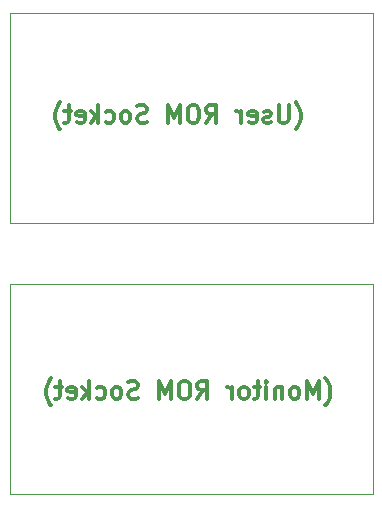
<source format=gbr>
G04 #@! TF.GenerationSoftware,KiCad,Pcbnew,(5.1.2-1)-1*
G04 #@! TF.CreationDate,2020-04-02T23:09:06+01:00*
G04 #@! TF.ProjectId,MZ80-ROMPG,4d5a3830-2d52-44f4-9d50-472e6b696361,rev?*
G04 #@! TF.SameCoordinates,Original*
G04 #@! TF.FileFunction,Legend,Bot*
G04 #@! TF.FilePolarity,Positive*
%FSLAX46Y46*%
G04 Gerber Fmt 4.6, Leading zero omitted, Abs format (unit mm)*
G04 Created by KiCad (PCBNEW (5.1.2-1)-1) date 2020-04-02 23:09:06*
%MOMM*%
%LPD*%
G04 APERTURE LIST*
%ADD10C,0.120000*%
%ADD11C,0.300000*%
G04 APERTURE END LIST*
D10*
X139319000Y-56515000D02*
X108585000Y-56515000D01*
X139319000Y-74295000D02*
X139319000Y-56515000D01*
X108585000Y-74295000D02*
X139319000Y-74295000D01*
X108585000Y-56515000D02*
X108585000Y-74295000D01*
X139319000Y-79502000D02*
X108585000Y-79502000D01*
X139319000Y-97282000D02*
X139319000Y-79502000D01*
X108585000Y-97282000D02*
X139319000Y-97282000D01*
X108585000Y-79502000D02*
X108585000Y-97282000D01*
D11*
X135305142Y-89769000D02*
X135376571Y-89697571D01*
X135519428Y-89483285D01*
X135590857Y-89340428D01*
X135662285Y-89126142D01*
X135733714Y-88769000D01*
X135733714Y-88483285D01*
X135662285Y-88126142D01*
X135590857Y-87911857D01*
X135519428Y-87769000D01*
X135376571Y-87554714D01*
X135305142Y-87483285D01*
X134733714Y-89197571D02*
X134733714Y-87697571D01*
X134233714Y-88769000D01*
X133733714Y-87697571D01*
X133733714Y-89197571D01*
X132805142Y-89197571D02*
X132948000Y-89126142D01*
X133019428Y-89054714D01*
X133090857Y-88911857D01*
X133090857Y-88483285D01*
X133019428Y-88340428D01*
X132948000Y-88269000D01*
X132805142Y-88197571D01*
X132590857Y-88197571D01*
X132448000Y-88269000D01*
X132376571Y-88340428D01*
X132305142Y-88483285D01*
X132305142Y-88911857D01*
X132376571Y-89054714D01*
X132448000Y-89126142D01*
X132590857Y-89197571D01*
X132805142Y-89197571D01*
X131662285Y-88197571D02*
X131662285Y-89197571D01*
X131662285Y-88340428D02*
X131590857Y-88269000D01*
X131448000Y-88197571D01*
X131233714Y-88197571D01*
X131090857Y-88269000D01*
X131019428Y-88411857D01*
X131019428Y-89197571D01*
X130305142Y-89197571D02*
X130305142Y-88197571D01*
X130305142Y-87697571D02*
X130376571Y-87769000D01*
X130305142Y-87840428D01*
X130233714Y-87769000D01*
X130305142Y-87697571D01*
X130305142Y-87840428D01*
X129805142Y-88197571D02*
X129233714Y-88197571D01*
X129590857Y-87697571D02*
X129590857Y-88983285D01*
X129519428Y-89126142D01*
X129376571Y-89197571D01*
X129233714Y-89197571D01*
X128519428Y-89197571D02*
X128662285Y-89126142D01*
X128733714Y-89054714D01*
X128805142Y-88911857D01*
X128805142Y-88483285D01*
X128733714Y-88340428D01*
X128662285Y-88269000D01*
X128519428Y-88197571D01*
X128305142Y-88197571D01*
X128162285Y-88269000D01*
X128090857Y-88340428D01*
X128019428Y-88483285D01*
X128019428Y-88911857D01*
X128090857Y-89054714D01*
X128162285Y-89126142D01*
X128305142Y-89197571D01*
X128519428Y-89197571D01*
X127376571Y-89197571D02*
X127376571Y-88197571D01*
X127376571Y-88483285D02*
X127305142Y-88340428D01*
X127233714Y-88269000D01*
X127090857Y-88197571D01*
X126948000Y-88197571D01*
X124448000Y-89197571D02*
X124948000Y-88483285D01*
X125305142Y-89197571D02*
X125305142Y-87697571D01*
X124733714Y-87697571D01*
X124590857Y-87769000D01*
X124519428Y-87840428D01*
X124448000Y-87983285D01*
X124448000Y-88197571D01*
X124519428Y-88340428D01*
X124590857Y-88411857D01*
X124733714Y-88483285D01*
X125305142Y-88483285D01*
X123519428Y-87697571D02*
X123233714Y-87697571D01*
X123090857Y-87769000D01*
X122948000Y-87911857D01*
X122876571Y-88197571D01*
X122876571Y-88697571D01*
X122948000Y-88983285D01*
X123090857Y-89126142D01*
X123233714Y-89197571D01*
X123519428Y-89197571D01*
X123662285Y-89126142D01*
X123805142Y-88983285D01*
X123876571Y-88697571D01*
X123876571Y-88197571D01*
X123805142Y-87911857D01*
X123662285Y-87769000D01*
X123519428Y-87697571D01*
X122233714Y-89197571D02*
X122233714Y-87697571D01*
X121733714Y-88769000D01*
X121233714Y-87697571D01*
X121233714Y-89197571D01*
X119448000Y-89126142D02*
X119233714Y-89197571D01*
X118876571Y-89197571D01*
X118733714Y-89126142D01*
X118662285Y-89054714D01*
X118590857Y-88911857D01*
X118590857Y-88769000D01*
X118662285Y-88626142D01*
X118733714Y-88554714D01*
X118876571Y-88483285D01*
X119162285Y-88411857D01*
X119305142Y-88340428D01*
X119376571Y-88269000D01*
X119448000Y-88126142D01*
X119448000Y-87983285D01*
X119376571Y-87840428D01*
X119305142Y-87769000D01*
X119162285Y-87697571D01*
X118805142Y-87697571D01*
X118590857Y-87769000D01*
X117733714Y-89197571D02*
X117876571Y-89126142D01*
X117948000Y-89054714D01*
X118019428Y-88911857D01*
X118019428Y-88483285D01*
X117948000Y-88340428D01*
X117876571Y-88269000D01*
X117733714Y-88197571D01*
X117519428Y-88197571D01*
X117376571Y-88269000D01*
X117305142Y-88340428D01*
X117233714Y-88483285D01*
X117233714Y-88911857D01*
X117305142Y-89054714D01*
X117376571Y-89126142D01*
X117519428Y-89197571D01*
X117733714Y-89197571D01*
X115948000Y-89126142D02*
X116090857Y-89197571D01*
X116376571Y-89197571D01*
X116519428Y-89126142D01*
X116590857Y-89054714D01*
X116662285Y-88911857D01*
X116662285Y-88483285D01*
X116590857Y-88340428D01*
X116519428Y-88269000D01*
X116376571Y-88197571D01*
X116090857Y-88197571D01*
X115948000Y-88269000D01*
X115305142Y-89197571D02*
X115305142Y-87697571D01*
X115162285Y-88626142D02*
X114733714Y-89197571D01*
X114733714Y-88197571D02*
X115305142Y-88769000D01*
X113519428Y-89126142D02*
X113662285Y-89197571D01*
X113948000Y-89197571D01*
X114090857Y-89126142D01*
X114162285Y-88983285D01*
X114162285Y-88411857D01*
X114090857Y-88269000D01*
X113948000Y-88197571D01*
X113662285Y-88197571D01*
X113519428Y-88269000D01*
X113448000Y-88411857D01*
X113448000Y-88554714D01*
X114162285Y-88697571D01*
X113019428Y-88197571D02*
X112448000Y-88197571D01*
X112805142Y-87697571D02*
X112805142Y-88983285D01*
X112733714Y-89126142D01*
X112590857Y-89197571D01*
X112448000Y-89197571D01*
X112090857Y-89769000D02*
X112019428Y-89697571D01*
X111876571Y-89483285D01*
X111805142Y-89340428D01*
X111733714Y-89126142D01*
X111662285Y-88769000D01*
X111662285Y-88483285D01*
X111733714Y-88126142D01*
X111805142Y-87911857D01*
X111876571Y-87769000D01*
X112019428Y-87554714D01*
X112090857Y-87483285D01*
X132773285Y-66401000D02*
X132844714Y-66329571D01*
X132987571Y-66115285D01*
X133059000Y-65972428D01*
X133130428Y-65758142D01*
X133201857Y-65401000D01*
X133201857Y-65115285D01*
X133130428Y-64758142D01*
X133059000Y-64543857D01*
X132987571Y-64401000D01*
X132844714Y-64186714D01*
X132773285Y-64115285D01*
X132201857Y-64329571D02*
X132201857Y-65543857D01*
X132130428Y-65686714D01*
X132059000Y-65758142D01*
X131916142Y-65829571D01*
X131630428Y-65829571D01*
X131487571Y-65758142D01*
X131416142Y-65686714D01*
X131344714Y-65543857D01*
X131344714Y-64329571D01*
X130701857Y-65758142D02*
X130559000Y-65829571D01*
X130273285Y-65829571D01*
X130130428Y-65758142D01*
X130059000Y-65615285D01*
X130059000Y-65543857D01*
X130130428Y-65401000D01*
X130273285Y-65329571D01*
X130487571Y-65329571D01*
X130630428Y-65258142D01*
X130701857Y-65115285D01*
X130701857Y-65043857D01*
X130630428Y-64901000D01*
X130487571Y-64829571D01*
X130273285Y-64829571D01*
X130130428Y-64901000D01*
X128844714Y-65758142D02*
X128987571Y-65829571D01*
X129273285Y-65829571D01*
X129416142Y-65758142D01*
X129487571Y-65615285D01*
X129487571Y-65043857D01*
X129416142Y-64901000D01*
X129273285Y-64829571D01*
X128987571Y-64829571D01*
X128844714Y-64901000D01*
X128773285Y-65043857D01*
X128773285Y-65186714D01*
X129487571Y-65329571D01*
X128130428Y-65829571D02*
X128130428Y-64829571D01*
X128130428Y-65115285D02*
X128059000Y-64972428D01*
X127987571Y-64901000D01*
X127844714Y-64829571D01*
X127701857Y-64829571D01*
X125201857Y-65829571D02*
X125701857Y-65115285D01*
X126059000Y-65829571D02*
X126059000Y-64329571D01*
X125487571Y-64329571D01*
X125344714Y-64401000D01*
X125273285Y-64472428D01*
X125201857Y-64615285D01*
X125201857Y-64829571D01*
X125273285Y-64972428D01*
X125344714Y-65043857D01*
X125487571Y-65115285D01*
X126059000Y-65115285D01*
X124273285Y-64329571D02*
X123987571Y-64329571D01*
X123844714Y-64401000D01*
X123701857Y-64543857D01*
X123630428Y-64829571D01*
X123630428Y-65329571D01*
X123701857Y-65615285D01*
X123844714Y-65758142D01*
X123987571Y-65829571D01*
X124273285Y-65829571D01*
X124416142Y-65758142D01*
X124559000Y-65615285D01*
X124630428Y-65329571D01*
X124630428Y-64829571D01*
X124559000Y-64543857D01*
X124416142Y-64401000D01*
X124273285Y-64329571D01*
X122987571Y-65829571D02*
X122987571Y-64329571D01*
X122487571Y-65401000D01*
X121987571Y-64329571D01*
X121987571Y-65829571D01*
X120201857Y-65758142D02*
X119987571Y-65829571D01*
X119630428Y-65829571D01*
X119487571Y-65758142D01*
X119416142Y-65686714D01*
X119344714Y-65543857D01*
X119344714Y-65401000D01*
X119416142Y-65258142D01*
X119487571Y-65186714D01*
X119630428Y-65115285D01*
X119916142Y-65043857D01*
X120059000Y-64972428D01*
X120130428Y-64901000D01*
X120201857Y-64758142D01*
X120201857Y-64615285D01*
X120130428Y-64472428D01*
X120059000Y-64401000D01*
X119916142Y-64329571D01*
X119559000Y-64329571D01*
X119344714Y-64401000D01*
X118487571Y-65829571D02*
X118630428Y-65758142D01*
X118701857Y-65686714D01*
X118773285Y-65543857D01*
X118773285Y-65115285D01*
X118701857Y-64972428D01*
X118630428Y-64901000D01*
X118487571Y-64829571D01*
X118273285Y-64829571D01*
X118130428Y-64901000D01*
X118059000Y-64972428D01*
X117987571Y-65115285D01*
X117987571Y-65543857D01*
X118059000Y-65686714D01*
X118130428Y-65758142D01*
X118273285Y-65829571D01*
X118487571Y-65829571D01*
X116701857Y-65758142D02*
X116844714Y-65829571D01*
X117130428Y-65829571D01*
X117273285Y-65758142D01*
X117344714Y-65686714D01*
X117416142Y-65543857D01*
X117416142Y-65115285D01*
X117344714Y-64972428D01*
X117273285Y-64901000D01*
X117130428Y-64829571D01*
X116844714Y-64829571D01*
X116701857Y-64901000D01*
X116059000Y-65829571D02*
X116059000Y-64329571D01*
X115916142Y-65258142D02*
X115487571Y-65829571D01*
X115487571Y-64829571D02*
X116059000Y-65401000D01*
X114273285Y-65758142D02*
X114416142Y-65829571D01*
X114701857Y-65829571D01*
X114844714Y-65758142D01*
X114916142Y-65615285D01*
X114916142Y-65043857D01*
X114844714Y-64901000D01*
X114701857Y-64829571D01*
X114416142Y-64829571D01*
X114273285Y-64901000D01*
X114201857Y-65043857D01*
X114201857Y-65186714D01*
X114916142Y-65329571D01*
X113773285Y-64829571D02*
X113201857Y-64829571D01*
X113559000Y-64329571D02*
X113559000Y-65615285D01*
X113487571Y-65758142D01*
X113344714Y-65829571D01*
X113201857Y-65829571D01*
X112844714Y-66401000D02*
X112773285Y-66329571D01*
X112630428Y-66115285D01*
X112559000Y-65972428D01*
X112487571Y-65758142D01*
X112416142Y-65401000D01*
X112416142Y-65115285D01*
X112487571Y-64758142D01*
X112559000Y-64543857D01*
X112630428Y-64401000D01*
X112773285Y-64186714D01*
X112844714Y-64115285D01*
M02*

</source>
